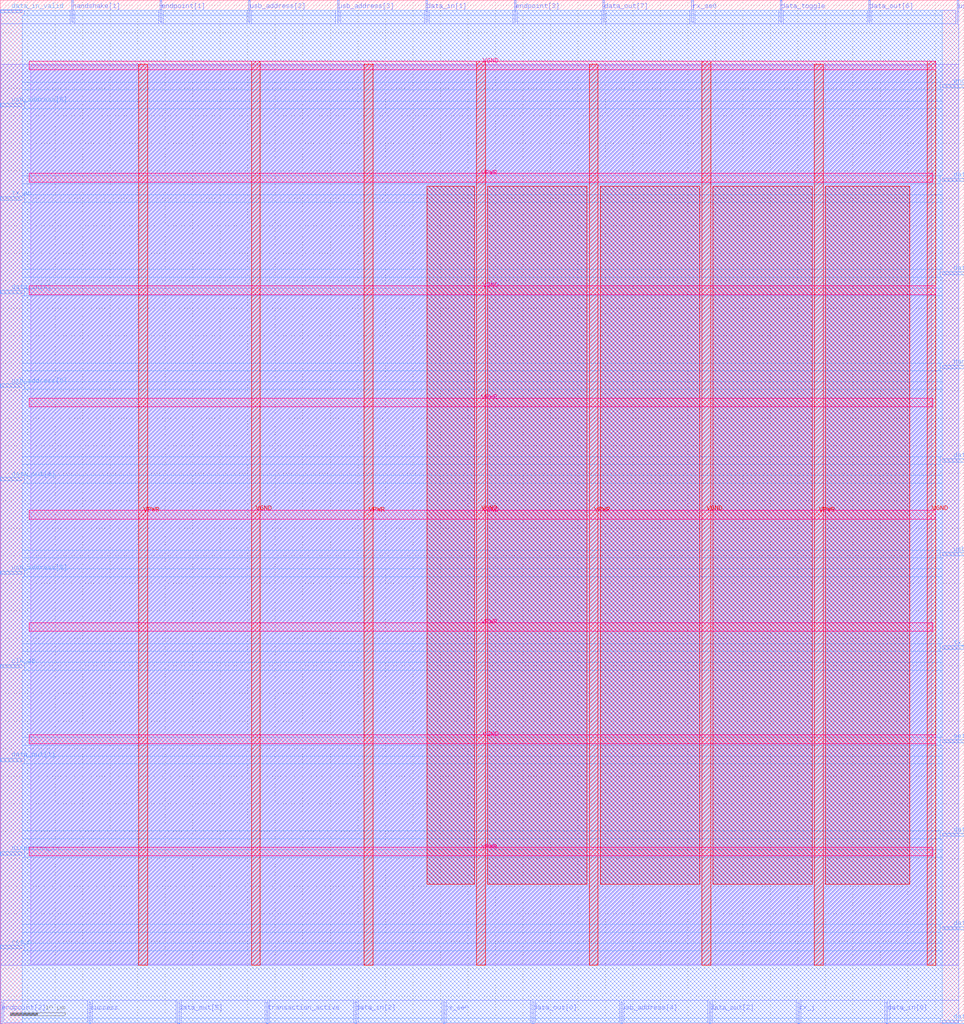
<source format=lef>
VERSION 5.7 ;
  NOWIREEXTENSIONATPIN ON ;
  DIVIDERCHAR "/" ;
  BUSBITCHARS "[]" ;
MACRO usb
  CLASS BLOCK ;
  FOREIGN usb ;
  ORIGIN 0.000 0.000 ;
  SIZE 175.225 BY 185.945 ;
  PIN VGND
    DIRECTION INOUT ;
    USE GROUND ;
    PORT
      LAYER met4 ;
        RECT 45.660 10.640 47.260 174.880 ;
    END
    PORT
      LAYER met4 ;
        RECT 86.600 10.640 88.200 174.880 ;
    END
    PORT
      LAYER met4 ;
        RECT 127.540 10.640 129.140 174.880 ;
    END
    PORT
      LAYER met4 ;
        RECT 168.480 10.640 170.080 174.880 ;
    END
    PORT
      LAYER met5 ;
        RECT 5.280 50.880 170.080 52.480 ;
    END
    PORT
      LAYER met5 ;
        RECT 5.280 91.680 170.080 93.280 ;
    END
    PORT
      LAYER met5 ;
        RECT 5.280 132.480 170.080 134.080 ;
    END
    PORT
      LAYER met5 ;
        RECT 5.280 173.280 170.080 174.880 ;
    END
  END VGND
  PIN VPWR
    DIRECTION INOUT ;
    USE POWER ;
    PORT
      LAYER met4 ;
        RECT 25.190 10.640 26.790 174.320 ;
    END
    PORT
      LAYER met4 ;
        RECT 66.130 10.640 67.730 174.320 ;
    END
    PORT
      LAYER met4 ;
        RECT 107.070 10.640 108.670 174.320 ;
    END
    PORT
      LAYER met4 ;
        RECT 148.010 10.640 149.610 174.320 ;
    END
    PORT
      LAYER met5 ;
        RECT 5.280 30.480 169.520 32.080 ;
    END
    PORT
      LAYER met5 ;
        RECT 5.280 71.280 169.520 72.880 ;
    END
    PORT
      LAYER met5 ;
        RECT 5.280 112.080 169.520 113.680 ;
    END
    PORT
      LAYER met5 ;
        RECT 5.280 152.880 169.520 154.480 ;
    END
  END VPWR
  PIN clk_48
    DIRECTION INPUT ;
    USE SIGNAL ;
    PORT
      LAYER met3 ;
        RECT 0.000 64.640 4.000 65.240 ;
    END
  END clk_48
  PIN data_in[0]
    DIRECTION INPUT ;
    USE SIGNAL ;
    PORT
      LAYER met2 ;
        RECT 161.090 0.000 161.370 4.000 ;
    END
  END data_in[0]
  PIN data_in[1]
    DIRECTION INPUT ;
    USE SIGNAL ;
    PORT
      LAYER met2 ;
        RECT 77.370 181.945 77.650 185.945 ;
    END
  END data_in[1]
  PIN data_in[2]
    DIRECTION INPUT ;
    USE SIGNAL ;
    PORT
      LAYER met2 ;
        RECT 64.490 0.000 64.770 4.000 ;
    END
  END data_in[2]
  PIN data_in[3]
    DIRECTION INPUT ;
    USE SIGNAL ;
    PORT
      LAYER met3 ;
        RECT 171.225 34.040 175.225 34.640 ;
    END
  END data_in[3]
  PIN data_in[4]
    DIRECTION INPUT ;
    USE SIGNAL ;
    PORT
      LAYER met3 ;
        RECT 0.000 132.640 4.000 133.240 ;
    END
  END data_in[4]
  PIN data_in[5]
    DIRECTION INPUT ;
    USE SIGNAL ;
    PORT
      LAYER met3 ;
        RECT 171.225 17.040 175.225 17.640 ;
    END
  END data_in[5]
  PIN data_in[6]
    DIRECTION INPUT ;
    USE SIGNAL ;
    PORT
      LAYER met3 ;
        RECT 171.225 0.040 175.225 0.640 ;
    END
  END data_in[6]
  PIN data_in[7]
    DIRECTION INPUT ;
    USE SIGNAL ;
    PORT
      LAYER met3 ;
        RECT 171.225 136.040 175.225 136.640 ;
    END
  END data_in[7]
  PIN data_in_valid
    DIRECTION INPUT ;
    USE SIGNAL ;
    PORT
      LAYER met3 ;
        RECT 0.000 183.640 4.000 184.240 ;
    END
  END data_in_valid
  PIN data_out[0]
    DIRECTION OUTPUT TRISTATE ;
    USE SIGNAL ;
    PORT
      LAYER met2 ;
        RECT 96.690 0.000 96.970 4.000 ;
    END
  END data_out[0]
  PIN data_out[1]
    DIRECTION OUTPUT TRISTATE ;
    USE SIGNAL ;
    PORT
      LAYER met3 ;
        RECT 0.000 47.640 4.000 48.240 ;
    END
  END data_out[1]
  PIN data_out[2]
    DIRECTION OUTPUT TRISTATE ;
    USE SIGNAL ;
    PORT
      LAYER met2 ;
        RECT 128.890 0.000 129.170 4.000 ;
    END
  END data_out[2]
  PIN data_out[3]
    DIRECTION OUTPUT TRISTATE ;
    USE SIGNAL ;
    PORT
      LAYER met3 ;
        RECT 171.225 153.040 175.225 153.640 ;
    END
  END data_out[3]
  PIN data_out[4]
    DIRECTION OUTPUT TRISTATE ;
    USE SIGNAL ;
    PORT
      LAYER met3 ;
        RECT 0.000 98.640 4.000 99.240 ;
    END
  END data_out[4]
  PIN data_out[5]
    DIRECTION OUTPUT TRISTATE ;
    USE SIGNAL ;
    PORT
      LAYER met2 ;
        RECT 32.290 0.000 32.570 4.000 ;
    END
  END data_out[5]
  PIN data_out[6]
    DIRECTION OUTPUT TRISTATE ;
    USE SIGNAL ;
    PORT
      LAYER met2 ;
        RECT 157.870 181.945 158.150 185.945 ;
    END
  END data_out[6]
  PIN data_out[7]
    DIRECTION OUTPUT TRISTATE ;
    USE SIGNAL ;
    PORT
      LAYER met2 ;
        RECT 109.570 181.945 109.850 185.945 ;
    END
  END data_out[7]
  PIN data_strobe
    DIRECTION OUTPUT TRISTATE ;
    USE SIGNAL ;
    PORT
      LAYER met3 ;
        RECT 171.225 102.040 175.225 102.640 ;
    END
  END data_strobe
  PIN data_toggle
    DIRECTION INPUT ;
    USE SIGNAL ;
    PORT
      LAYER met2 ;
        RECT 141.770 181.945 142.050 185.945 ;
    END
  END data_toggle
  PIN direction_in
    DIRECTION OUTPUT TRISTATE ;
    USE SIGNAL ;
    PORT
      LAYER met3 ;
        RECT 0.000 30.640 4.000 31.240 ;
    END
  END direction_in
  PIN endpoint[0]
    DIRECTION OUTPUT TRISTATE ;
    USE SIGNAL ;
    PORT
      LAYER met3 ;
        RECT 171.225 170.040 175.225 170.640 ;
    END
  END endpoint[0]
  PIN endpoint[1]
    DIRECTION OUTPUT TRISTATE ;
    USE SIGNAL ;
    PORT
      LAYER met2 ;
        RECT 29.070 181.945 29.350 185.945 ;
    END
  END endpoint[1]
  PIN endpoint[2]
    DIRECTION OUTPUT TRISTATE ;
    USE SIGNAL ;
    PORT
      LAYER met2 ;
        RECT 0.090 0.000 0.370 4.000 ;
    END
  END endpoint[2]
  PIN endpoint[3]
    DIRECTION OUTPUT TRISTATE ;
    USE SIGNAL ;
    PORT
      LAYER met2 ;
        RECT 93.470 181.945 93.750 185.945 ;
    END
  END endpoint[3]
  PIN handshake[0]
    DIRECTION INPUT ;
    USE SIGNAL ;
    PORT
      LAYER met3 ;
        RECT 171.225 119.040 175.225 119.640 ;
    END
  END handshake[0]
  PIN handshake[1]
    DIRECTION INPUT ;
    USE SIGNAL ;
    PORT
      LAYER met2 ;
        RECT 12.970 181.945 13.250 185.945 ;
    END
  END handshake[1]
  PIN rst_n
    DIRECTION INPUT ;
    USE SIGNAL ;
    PORT
      LAYER met3 ;
        RECT 0.000 13.640 4.000 14.240 ;
    END
  END rst_n
  PIN rx_j
    DIRECTION INPUT ;
    USE SIGNAL ;
    PORT
      LAYER met2 ;
        RECT 144.990 0.000 145.270 4.000 ;
    END
  END rx_j
  PIN rx_se0
    DIRECTION INPUT ;
    USE SIGNAL ;
    PORT
      LAYER met2 ;
        RECT 125.670 181.945 125.950 185.945 ;
    END
  END rx_se0
  PIN setup
    DIRECTION OUTPUT TRISTATE ;
    USE SIGNAL ;
    PORT
      LAYER met3 ;
        RECT 171.225 51.040 175.225 51.640 ;
    END
  END setup
  PIN success
    DIRECTION OUTPUT TRISTATE ;
    USE SIGNAL ;
    PORT
      LAYER met2 ;
        RECT 16.190 0.000 16.470 4.000 ;
    END
  END success
  PIN transaction_active
    DIRECTION OUTPUT TRISTATE ;
    USE SIGNAL ;
    PORT
      LAYER met2 ;
        RECT 48.390 0.000 48.670 4.000 ;
    END
  END transaction_active
  PIN tx_en
    DIRECTION OUTPUT TRISTATE ;
    USE SIGNAL ;
    PORT
      LAYER met3 ;
        RECT 0.000 149.640 4.000 150.240 ;
    END
  END tx_en
  PIN tx_j
    DIRECTION OUTPUT TRISTATE ;
    USE SIGNAL ;
    PORT
      LAYER met3 ;
        RECT 171.225 68.040 175.225 68.640 ;
    END
  END tx_j
  PIN tx_se0
    DIRECTION OUTPUT TRISTATE ;
    USE SIGNAL ;
    PORT
      LAYER met2 ;
        RECT 80.590 0.000 80.870 4.000 ;
    END
  END tx_se0
  PIN usb_address[0]
    DIRECTION INPUT ;
    USE SIGNAL ;
    PORT
      LAYER met3 ;
        RECT 0.000 115.640 4.000 116.240 ;
    END
  END usb_address[0]
  PIN usb_address[1]
    DIRECTION INPUT ;
    USE SIGNAL ;
    PORT
      LAYER met2 ;
        RECT 173.970 181.945 174.250 185.945 ;
    END
  END usb_address[1]
  PIN usb_address[2]
    DIRECTION INPUT ;
    USE SIGNAL ;
    PORT
      LAYER met2 ;
        RECT 45.170 181.945 45.450 185.945 ;
    END
  END usb_address[2]
  PIN usb_address[3]
    DIRECTION INPUT ;
    USE SIGNAL ;
    PORT
      LAYER met2 ;
        RECT 61.270 181.945 61.550 185.945 ;
    END
  END usb_address[3]
  PIN usb_address[4]
    DIRECTION INPUT ;
    USE SIGNAL ;
    PORT
      LAYER met2 ;
        RECT 112.790 0.000 113.070 4.000 ;
    END
  END usb_address[4]
  PIN usb_address[5]
    DIRECTION INPUT ;
    USE SIGNAL ;
    PORT
      LAYER met3 ;
        RECT 0.000 81.640 4.000 82.240 ;
    END
  END usb_address[5]
  PIN usb_address[6]
    DIRECTION INPUT ;
    USE SIGNAL ;
    PORT
      LAYER met3 ;
        RECT 0.000 166.640 4.000 167.240 ;
    END
  END usb_address[6]
  PIN usb_rst
    DIRECTION OUTPUT TRISTATE ;
    USE SIGNAL ;
    PORT
      LAYER met3 ;
        RECT 171.225 85.040 175.225 85.640 ;
    END
  END usb_rst
  OBS
      LAYER li1 ;
        RECT 5.520 10.795 169.280 174.165 ;
      LAYER met1 ;
        RECT 0.070 10.640 174.270 174.320 ;
      LAYER met2 ;
        RECT 0.100 181.665 12.690 184.125 ;
        RECT 13.530 181.665 28.790 184.125 ;
        RECT 29.630 181.665 44.890 184.125 ;
        RECT 45.730 181.665 60.990 184.125 ;
        RECT 61.830 181.665 77.090 184.125 ;
        RECT 77.930 181.665 93.190 184.125 ;
        RECT 94.030 181.665 109.290 184.125 ;
        RECT 110.130 181.665 125.390 184.125 ;
        RECT 126.230 181.665 141.490 184.125 ;
        RECT 142.330 181.665 157.590 184.125 ;
        RECT 158.430 181.665 173.690 184.125 ;
        RECT 0.100 4.280 174.240 181.665 ;
        RECT 0.650 0.155 15.910 4.280 ;
        RECT 16.750 0.155 32.010 4.280 ;
        RECT 32.850 0.155 48.110 4.280 ;
        RECT 48.950 0.155 64.210 4.280 ;
        RECT 65.050 0.155 80.310 4.280 ;
        RECT 81.150 0.155 96.410 4.280 ;
        RECT 97.250 0.155 112.510 4.280 ;
        RECT 113.350 0.155 128.610 4.280 ;
        RECT 129.450 0.155 144.710 4.280 ;
        RECT 145.550 0.155 160.810 4.280 ;
        RECT 161.650 0.155 174.240 4.280 ;
      LAYER met3 ;
        RECT 4.400 183.240 171.225 184.105 ;
        RECT 4.000 171.040 171.225 183.240 ;
        RECT 4.000 169.640 170.825 171.040 ;
        RECT 4.000 167.640 171.225 169.640 ;
        RECT 4.400 166.240 171.225 167.640 ;
        RECT 4.000 154.040 171.225 166.240 ;
        RECT 4.000 152.640 170.825 154.040 ;
        RECT 4.000 150.640 171.225 152.640 ;
        RECT 4.400 149.240 171.225 150.640 ;
        RECT 4.000 137.040 171.225 149.240 ;
        RECT 4.000 135.640 170.825 137.040 ;
        RECT 4.000 133.640 171.225 135.640 ;
        RECT 4.400 132.240 171.225 133.640 ;
        RECT 4.000 120.040 171.225 132.240 ;
        RECT 4.000 118.640 170.825 120.040 ;
        RECT 4.000 116.640 171.225 118.640 ;
        RECT 4.400 115.240 171.225 116.640 ;
        RECT 4.000 103.040 171.225 115.240 ;
        RECT 4.000 101.640 170.825 103.040 ;
        RECT 4.000 99.640 171.225 101.640 ;
        RECT 4.400 98.240 171.225 99.640 ;
        RECT 4.000 86.040 171.225 98.240 ;
        RECT 4.000 84.640 170.825 86.040 ;
        RECT 4.000 82.640 171.225 84.640 ;
        RECT 4.400 81.240 171.225 82.640 ;
        RECT 4.000 69.040 171.225 81.240 ;
        RECT 4.000 67.640 170.825 69.040 ;
        RECT 4.000 65.640 171.225 67.640 ;
        RECT 4.400 64.240 171.225 65.640 ;
        RECT 4.000 52.040 171.225 64.240 ;
        RECT 4.000 50.640 170.825 52.040 ;
        RECT 4.000 48.640 171.225 50.640 ;
        RECT 4.400 47.240 171.225 48.640 ;
        RECT 4.000 35.040 171.225 47.240 ;
        RECT 4.000 33.640 170.825 35.040 ;
        RECT 4.000 31.640 171.225 33.640 ;
        RECT 4.400 30.240 171.225 31.640 ;
        RECT 4.000 18.040 171.225 30.240 ;
        RECT 4.000 16.640 170.825 18.040 ;
        RECT 4.000 14.640 171.225 16.640 ;
        RECT 4.400 13.240 171.225 14.640 ;
        RECT 4.000 1.040 171.225 13.240 ;
        RECT 4.000 0.175 170.825 1.040 ;
      LAYER met4 ;
        RECT 77.575 25.335 86.200 152.145 ;
        RECT 88.600 25.335 106.670 152.145 ;
        RECT 109.070 25.335 127.140 152.145 ;
        RECT 129.540 25.335 147.610 152.145 ;
        RECT 150.010 25.335 165.305 152.145 ;
  END
END usb
END LIBRARY


</source>
